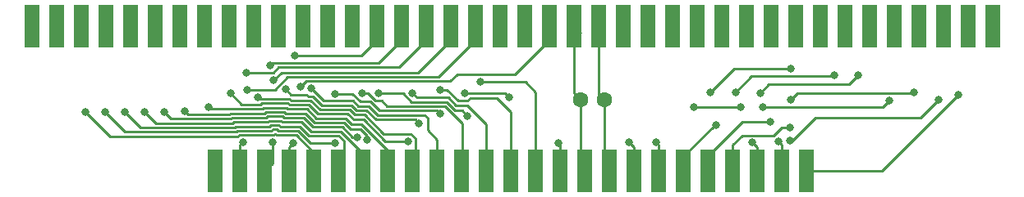
<source format=gbl>
G04 #@! TF.GenerationSoftware,KiCad,Pcbnew,8.0.3*
G04 #@! TF.CreationDate,2024-06-22T11:38:29+02:00*
G04 #@! TF.ProjectId,z502rc2014,7a353032-7263-4323-9031-342e6b696361,rev?*
G04 #@! TF.SameCoordinates,Original*
G04 #@! TF.FileFunction,Copper,L2,Bot*
G04 #@! TF.FilePolarity,Positive*
%FSLAX46Y46*%
G04 Gerber Fmt 4.6, Leading zero omitted, Abs format (unit mm)*
G04 Created by KiCad (PCBNEW 8.0.3) date 2024-06-22 11:38:29*
%MOMM*%
%LPD*%
G01*
G04 APERTURE LIST*
G04 #@! TA.AperFunction,ComponentPad*
%ADD10C,1.600000*%
G04 #@! TD*
G04 #@! TA.AperFunction,ConnectorPad*
%ADD11R,1.524000X4.500000*%
G04 #@! TD*
G04 #@! TA.AperFunction,ViaPad*
%ADD12C,0.800000*%
G04 #@! TD*
G04 #@! TA.AperFunction,Conductor*
%ADD13C,0.250000*%
G04 #@! TD*
G04 APERTURE END LIST*
D10*
X215138000Y-104140000D03*
X217638000Y-104140000D03*
D11*
X238500000Y-111500000D03*
X235960000Y-111500000D03*
X233420000Y-111500000D03*
X230880000Y-111500000D03*
X228340000Y-111500000D03*
X225800000Y-111500000D03*
X223260000Y-111500000D03*
X220720000Y-111500000D03*
X218180000Y-111500000D03*
X215640000Y-111500000D03*
X213100000Y-111500000D03*
X210560000Y-111500000D03*
X208020000Y-111500000D03*
X205480000Y-111500000D03*
X202940000Y-111500000D03*
X200400000Y-111500000D03*
X197860000Y-111500000D03*
X195320000Y-111500000D03*
X192780000Y-111500000D03*
X190240000Y-111500000D03*
X187700000Y-111500000D03*
X185160000Y-111500000D03*
X182620000Y-111500000D03*
X180080000Y-111500000D03*
X177540000Y-111500000D03*
X158598000Y-96520000D03*
X161138000Y-96520000D03*
X163678000Y-96520000D03*
X166218000Y-96520000D03*
X168758000Y-96520000D03*
X171298000Y-96520000D03*
X173838000Y-96520000D03*
X176378000Y-96520000D03*
X178918000Y-96520000D03*
X181458000Y-96520000D03*
X183998000Y-96520000D03*
X186538000Y-96520000D03*
X189078000Y-96520000D03*
X191618000Y-96520000D03*
X194158000Y-96520000D03*
X196698000Y-96520000D03*
X199238000Y-96520000D03*
X201778000Y-96520000D03*
X204318000Y-96520000D03*
X206858000Y-96520000D03*
X209398000Y-96520000D03*
X211938000Y-96520000D03*
X214478000Y-96520000D03*
X217018000Y-96520000D03*
X219558000Y-96520000D03*
X222098000Y-96520000D03*
X224638000Y-96520000D03*
X227178000Y-96520000D03*
X229718000Y-96520000D03*
X232258000Y-96520000D03*
X234798000Y-96520000D03*
X237338000Y-96520000D03*
X239878000Y-96520000D03*
X242418000Y-96520000D03*
X244958000Y-96520000D03*
X247498000Y-96520000D03*
X250038000Y-96520000D03*
X252578000Y-96520000D03*
X255118000Y-96520000D03*
X257658000Y-96520000D03*
D12*
X183388000Y-108599000D03*
X183555238Y-102127493D03*
X212902000Y-108649998D03*
X193142839Y-108305854D03*
X174373077Y-105375000D03*
X176784141Y-104925000D03*
X236855000Y-104140000D03*
X249555000Y-103365000D03*
X235615155Y-108441917D03*
X180713851Y-101338851D03*
X241300000Y-101600000D03*
X231140000Y-103378000D03*
X194342393Y-103495000D03*
X203529658Y-105825674D03*
X243780486Y-101645548D03*
X233680000Y-103505000D03*
X232905000Y-108585000D03*
X192652500Y-103495010D03*
X200660000Y-105610000D03*
X189865000Y-103553007D03*
X231647996Y-104902004D03*
X226822000Y-104902000D03*
X204851025Y-102314997D03*
X197822284Y-103445000D03*
X247015000Y-104256623D03*
X233934000Y-104902000D03*
X220205000Y-108585000D03*
X189857512Y-108645000D03*
X166116000Y-105410000D03*
X200660000Y-103160000D03*
X236855000Y-100964996D03*
X228586600Y-103367064D03*
X229121000Y-106758531D03*
X183134000Y-100583996D03*
X184778012Y-103096751D03*
X198499456Y-106578862D03*
X168148000Y-105410000D03*
X180340000Y-108585000D03*
X180831252Y-103124000D03*
X234760078Y-106490078D03*
X179070000Y-103505000D03*
X197358000Y-108458000D03*
X254119992Y-103624992D03*
X236773491Y-108379597D03*
X252095000Y-104140000D03*
X181880212Y-103899000D03*
X222999000Y-108585000D03*
X164084000Y-105410000D03*
X185674000Y-99568000D03*
X187411992Y-103010000D03*
X207852502Y-103932498D03*
X203200000Y-103505000D03*
X236794814Y-107000814D03*
X172212000Y-105410000D03*
X192129843Y-108029548D03*
X170180000Y-105410000D03*
X185568508Y-108626492D03*
X186328012Y-102828358D03*
D13*
X231861922Y-106490078D02*
X234760078Y-106490078D01*
X228340000Y-111500000D02*
X228340000Y-110012000D01*
X228340000Y-110012000D02*
X231861922Y-106490078D01*
X235960242Y-107000814D02*
X236794814Y-107000814D01*
X235101056Y-107860000D02*
X235960242Y-107000814D01*
X231865000Y-107860000D02*
X235101056Y-107860000D01*
X230880000Y-108845000D02*
X231865000Y-107860000D01*
X230880000Y-111500000D02*
X230880000Y-108845000D01*
X235960000Y-108786762D02*
X235615155Y-108441917D01*
X235960000Y-111500000D02*
X235960000Y-108786762D01*
X250190000Y-106045000D02*
X252095000Y-104140000D01*
X239395000Y-106045000D02*
X250190000Y-106045000D01*
X237060403Y-108379597D02*
X239395000Y-106045000D01*
X236773491Y-108379597D02*
X237060403Y-108379597D01*
X246369623Y-104902000D02*
X233934000Y-104902000D01*
X247015000Y-104256623D02*
X246369623Y-104902000D01*
X234605800Y-102579200D02*
X233680000Y-103505000D01*
X242846834Y-102579200D02*
X234605800Y-102579200D01*
X243780486Y-101645548D02*
X242846834Y-102579200D01*
X231647992Y-104902000D02*
X231647996Y-104902004D01*
X226822000Y-104902000D02*
X231647992Y-104902000D01*
X232778000Y-101740000D02*
X231140000Y-103378000D01*
X241160000Y-101740000D02*
X232778000Y-101740000D01*
X241300000Y-101600000D02*
X241160000Y-101740000D01*
X229053469Y-106758531D02*
X229121000Y-106758531D01*
X225800000Y-110012000D02*
X229053469Y-106758531D01*
X225800000Y-111500000D02*
X225800000Y-110012000D01*
X198133000Y-108136984D02*
X198133000Y-111227000D01*
X191899416Y-105720000D02*
X192925793Y-105720000D01*
X191359416Y-105180000D02*
X191899416Y-105720000D01*
X186904580Y-104235000D02*
X187364200Y-104235000D01*
X185200184Y-104083000D02*
X185327184Y-104210000D01*
X198133000Y-111227000D02*
X197860000Y-111500000D01*
X182064212Y-104083000D02*
X185200184Y-104083000D01*
X181880212Y-103899000D02*
X182064212Y-104083000D01*
X192925793Y-105720000D02*
X194888793Y-107683000D01*
X195027397Y-108458000D02*
X197358000Y-108458000D01*
X185327184Y-104210000D02*
X186879580Y-104210000D01*
X192799397Y-106230000D02*
X195027397Y-108458000D01*
X187364200Y-104235000D02*
X188309200Y-105180000D01*
X188122804Y-105630000D02*
X191173020Y-105630000D01*
X191173020Y-105630000D02*
X191773020Y-106230000D01*
X186718184Y-104685000D02*
X187177804Y-104685000D01*
X185013788Y-104533000D02*
X185140788Y-104660000D01*
X194888793Y-107683000D02*
X197679016Y-107683000D01*
X182342228Y-104533000D02*
X185013788Y-104533000D01*
X185140788Y-104660000D02*
X186693184Y-104660000D01*
X182201228Y-104674000D02*
X182342228Y-104533000D01*
X197679016Y-107683000D02*
X198133000Y-108136984D01*
X180239000Y-104674000D02*
X182201228Y-104674000D01*
X179070000Y-103505000D02*
X180239000Y-104674000D01*
X188309200Y-105180000D02*
X191359416Y-105180000D01*
X187177804Y-104685000D02*
X188122804Y-105630000D01*
X186879580Y-104210000D02*
X186904580Y-104235000D01*
X186693184Y-104660000D02*
X186718184Y-104685000D01*
X191773020Y-106230000D02*
X192799397Y-106230000D01*
X183388000Y-110732000D02*
X183388000Y-108599000D01*
X187700000Y-109661968D02*
X187700000Y-111500000D01*
X185873032Y-107835000D02*
X187700000Y-109661968D01*
X183861016Y-107835000D02*
X185873032Y-107835000D01*
X183709016Y-107683000D02*
X183861016Y-107835000D01*
X183647000Y-107683000D02*
X183709016Y-107683000D01*
X183506000Y-107824000D02*
X183647000Y-107683000D01*
X182925984Y-107824000D02*
X183506000Y-107824000D01*
X182914984Y-107835000D02*
X182925984Y-107824000D01*
X179993984Y-107835000D02*
X182914984Y-107835000D01*
X179878984Y-107950000D02*
X179993984Y-107835000D01*
X166624000Y-107950000D02*
X179878984Y-107950000D01*
X164084000Y-105410000D02*
X166624000Y-107950000D01*
X168206000Y-107500000D02*
X166116000Y-105410000D01*
X179692588Y-107500000D02*
X168206000Y-107500000D01*
X179807588Y-107385000D02*
X179692588Y-107500000D01*
X182728588Y-107385000D02*
X179807588Y-107385000D01*
X182739588Y-107374000D02*
X182728588Y-107385000D01*
X183319604Y-107374000D02*
X182739588Y-107374000D01*
X183460604Y-107233000D02*
X183319604Y-107374000D01*
X183895412Y-107233000D02*
X183460604Y-107233000D01*
X184047412Y-107385000D02*
X183895412Y-107233000D01*
X186059428Y-107385000D02*
X184047412Y-107385000D01*
X187319428Y-108645000D02*
X186059428Y-107385000D01*
X189857512Y-108645000D02*
X187319428Y-108645000D01*
X169788000Y-107050000D02*
X168148000Y-105410000D01*
X179506192Y-107050000D02*
X169788000Y-107050000D01*
X179632192Y-106924000D02*
X179506192Y-107050000D01*
X183133208Y-106924000D02*
X179632192Y-106924000D01*
X183274208Y-106783000D02*
X183133208Y-106924000D01*
X184081808Y-106783000D02*
X183274208Y-106783000D01*
X184233808Y-106935000D02*
X184081808Y-106783000D01*
X186245824Y-106935000D02*
X184233808Y-106935000D01*
X187190824Y-107880000D02*
X186245824Y-106935000D01*
X190241040Y-107880000D02*
X187190824Y-107880000D01*
X190786520Y-108425480D02*
X190241040Y-107880000D01*
X190786520Y-110953480D02*
X190786520Y-108425480D01*
X190240000Y-111500000D02*
X190786520Y-110953480D01*
X171370000Y-106600000D02*
X170180000Y-105410000D01*
X179319796Y-106600000D02*
X171370000Y-106600000D01*
X179445796Y-106474000D02*
X179319796Y-106600000D01*
X182946812Y-106474000D02*
X179445796Y-106474000D01*
X183087812Y-106333000D02*
X182946812Y-106474000D01*
X184268204Y-106333000D02*
X183087812Y-106333000D01*
X184420204Y-106485000D02*
X184268204Y-106333000D01*
X186432220Y-106485000D02*
X184420204Y-106485000D01*
X187377220Y-107430000D02*
X186432220Y-106485000D01*
X190427436Y-107430000D02*
X187377220Y-107430000D01*
X192780000Y-109782564D02*
X190427436Y-107430000D01*
X192780000Y-111500000D02*
X192780000Y-109782564D01*
X172952000Y-106150000D02*
X172212000Y-105410000D01*
X179259400Y-106024000D02*
X179133400Y-106150000D01*
X182760416Y-106024000D02*
X179259400Y-106024000D01*
X182901416Y-105883000D02*
X182760416Y-106024000D01*
X184454600Y-105883000D02*
X182901416Y-105883000D01*
X184606600Y-106035000D02*
X184454600Y-105883000D01*
X186618616Y-106035000D02*
X184606600Y-106035000D01*
X187563616Y-106980000D02*
X186618616Y-106035000D01*
X190613832Y-106980000D02*
X187563616Y-106980000D01*
X191663380Y-108029548D02*
X190613832Y-106980000D01*
X192129843Y-108029548D02*
X191663380Y-108029548D01*
X174698077Y-105700000D02*
X174373077Y-105375000D01*
X178947004Y-105700000D02*
X174698077Y-105700000D01*
X179073004Y-105574000D02*
X178947004Y-105700000D01*
X182715020Y-105433000D02*
X182574020Y-105574000D01*
X184640996Y-105433000D02*
X182715020Y-105433000D01*
X184792996Y-105585000D02*
X184640996Y-105433000D01*
X186805012Y-105585000D02*
X184792996Y-105585000D01*
X187750012Y-106530000D02*
X186805012Y-105585000D01*
X190800228Y-106530000D02*
X187750012Y-106530000D01*
X176983141Y-105124000D02*
X176784141Y-104925000D01*
X182528624Y-104983000D02*
X182387624Y-105124000D01*
X182387624Y-105124000D02*
X176983141Y-105124000D01*
X184954392Y-105110000D02*
X184827392Y-104983000D01*
X186506788Y-105110000D02*
X184954392Y-105110000D01*
X184827392Y-104983000D02*
X182528624Y-104983000D01*
X186991408Y-105135000D02*
X186531788Y-105135000D01*
X186531788Y-105135000D02*
X186506788Y-105110000D01*
X190986624Y-106080000D02*
X187936408Y-106080000D01*
X187936408Y-106080000D02*
X186991408Y-105135000D01*
X191586624Y-106680000D02*
X190986624Y-106080000D01*
X195320000Y-109386999D02*
X192613001Y-106680000D01*
X195320000Y-111500000D02*
X195320000Y-109386999D01*
X193142839Y-108305854D02*
X193142839Y-107846234D01*
X192471605Y-107175000D02*
X191445228Y-107175000D01*
X184982747Y-101796000D02*
X183654747Y-103124000D01*
X204318000Y-98008000D02*
X200530000Y-101796000D01*
X204318000Y-96520000D02*
X204318000Y-98008000D01*
X192613001Y-106680000D02*
X191586624Y-106680000D01*
X193142839Y-107846234D02*
X192471605Y-107175000D01*
X179133400Y-106150000D02*
X172952000Y-106150000D01*
X191445228Y-107175000D02*
X190800228Y-106530000D01*
X182574020Y-105574000D02*
X179073004Y-105574000D01*
X182620000Y-111500000D02*
X183388000Y-110732000D01*
X183654747Y-103124000D02*
X180831252Y-103124000D01*
X200530000Y-101796000D02*
X184982747Y-101796000D01*
X183387990Y-100330006D02*
X183134000Y-100583996D01*
X196698000Y-98008000D02*
X194375994Y-100330006D01*
X202451020Y-101539996D02*
X201745016Y-102246000D01*
X201745016Y-102246000D02*
X186910370Y-102246000D01*
X208406004Y-101539996D02*
X202451020Y-101539996D01*
X211938000Y-96520000D02*
X211938000Y-98008000D01*
X196698000Y-96520000D02*
X196698000Y-98008000D01*
X186950976Y-103645000D02*
X185326261Y-103645000D01*
X188495596Y-104730000D02*
X187550596Y-103785000D01*
X187090976Y-103785000D02*
X186950976Y-103645000D01*
X191545812Y-104730000D02*
X188495596Y-104730000D01*
X193112189Y-105270000D02*
X192085812Y-105270000D01*
X192085812Y-105270000D02*
X191545812Y-104730000D01*
X194061171Y-106218982D02*
X193112189Y-105270000D01*
X198139576Y-106218982D02*
X194061171Y-106218982D01*
X198499456Y-106578862D02*
X198139576Y-106218982D01*
X184336731Y-101346000D02*
X183555238Y-102127493D01*
X198440000Y-101346000D02*
X184336731Y-101346000D01*
X201778000Y-96520000D02*
X201778000Y-98008000D01*
X183475165Y-101338851D02*
X180713851Y-101338851D01*
X184021016Y-100793000D02*
X183475165Y-101338851D01*
X185326261Y-103645000D02*
X184778012Y-103096751D01*
X199238000Y-98008000D02*
X196453000Y-100793000D01*
X199238000Y-96520000D02*
X199238000Y-98008000D01*
X201778000Y-98008000D02*
X198440000Y-101346000D01*
X187550596Y-103785000D02*
X187090976Y-103785000D01*
X194375994Y-100330006D02*
X183387990Y-100330006D01*
X211938000Y-98008000D02*
X208406004Y-101539996D01*
X186910370Y-102246000D02*
X186328012Y-102828358D01*
X196453000Y-100793000D02*
X184021016Y-100793000D01*
X194158000Y-98008000D02*
X192598000Y-99568000D01*
X194158000Y-96520000D02*
X194158000Y-98008000D01*
X192598000Y-99568000D02*
X185674000Y-99568000D01*
X210560000Y-103372000D02*
X210560000Y-111500000D01*
X204851025Y-102314997D02*
X209502997Y-102314997D01*
X209502997Y-102314997D02*
X210560000Y-103372000D01*
X195228409Y-104835000D02*
X201181016Y-104835000D01*
X194663409Y-104270000D02*
X195228409Y-104835000D01*
X202946000Y-106599984D02*
X202946000Y-111494000D01*
X193246387Y-103495010D02*
X194021377Y-104270000D01*
X194021377Y-104270000D02*
X194663409Y-104270000D01*
X202946000Y-111494000D02*
X202940000Y-111500000D01*
X192652500Y-103495010D02*
X193246387Y-103495010D01*
X201181016Y-104835000D02*
X202946000Y-106599984D01*
X206558119Y-104000000D02*
X208020000Y-105461881D01*
X208020000Y-105461881D02*
X208020000Y-111500000D01*
X203521015Y-104280001D02*
X203801016Y-104000000D01*
X203801016Y-104000000D02*
X206558119Y-104000000D01*
X201415204Y-103160000D02*
X202535205Y-104280001D01*
X202535205Y-104280001D02*
X203521015Y-104280001D01*
X200660000Y-103160000D02*
X201415204Y-103160000D01*
X205480000Y-106680000D02*
X205480000Y-111500000D01*
X201553808Y-103935000D02*
X202348809Y-104730001D01*
X202348809Y-104730001D02*
X203530001Y-104730001D01*
X198312284Y-103935000D02*
X201553808Y-103935000D01*
X203530001Y-104730001D02*
X205480000Y-106680000D01*
X202973984Y-105270000D02*
X203529658Y-105825674D01*
X197822284Y-103445000D02*
X198312284Y-103935000D01*
X202252412Y-105270000D02*
X202973984Y-105270000D01*
X201367413Y-104385001D02*
X202252412Y-105270000D01*
X196856980Y-103505000D02*
X197736981Y-104385001D01*
X197736981Y-104385001D02*
X201367413Y-104385001D01*
X194342393Y-103495000D02*
X194352393Y-103505000D01*
X194352393Y-103505000D02*
X196856980Y-103505000D01*
X199390000Y-106045000D02*
X199390000Y-107315000D01*
X223260000Y-108846000D02*
X222999000Y-108585000D01*
X223260000Y-111500000D02*
X223260000Y-108846000D01*
X217638000Y-110958000D02*
X218180000Y-111500000D01*
X217638000Y-104140000D02*
X217638000Y-110958000D01*
X217018000Y-103520000D02*
X217638000Y-104140000D01*
X217018000Y-96520000D02*
X217018000Y-103520000D01*
X215138000Y-110998000D02*
X215640000Y-111500000D01*
X215138000Y-104140000D02*
X215138000Y-110998000D01*
X214478000Y-103480000D02*
X215138000Y-104140000D01*
X214478000Y-96520000D02*
X214478000Y-103480000D01*
X213100000Y-108847998D02*
X213100000Y-111500000D01*
X212902000Y-108649998D02*
X213100000Y-108847998D01*
X214478000Y-96520000D02*
X215138000Y-97180000D01*
X249555000Y-103365000D02*
X249438377Y-103481623D01*
X237513377Y-103481623D02*
X236855000Y-104140000D01*
X249438377Y-103481623D02*
X237513377Y-103481623D01*
X233420000Y-111500000D02*
X233420000Y-109100000D01*
X233420000Y-109100000D02*
X232905000Y-108585000D01*
X200335001Y-105285001D02*
X194399982Y-105285001D01*
X193484981Y-104370000D02*
X192458604Y-104370000D01*
X200660000Y-105610000D02*
X200335001Y-105285001D01*
X191641611Y-103553007D02*
X189865000Y-103553007D01*
X194399982Y-105285001D02*
X193484981Y-104370000D01*
X192458604Y-104370000D02*
X191641611Y-103553007D01*
X220720000Y-109100000D02*
X220205000Y-108585000D01*
X220720000Y-111500000D02*
X220720000Y-109100000D01*
X230988664Y-100965000D02*
X236854996Y-100965000D01*
X228586600Y-103367064D02*
X230988664Y-100965000D01*
X236854996Y-100965000D02*
X236855000Y-100964996D01*
X180080000Y-111500000D02*
X180080000Y-108845000D01*
X180080000Y-108845000D02*
X180340000Y-108585000D01*
X254119992Y-103624992D02*
X246244984Y-111500000D01*
X246244984Y-111500000D02*
X238500000Y-111500000D01*
X188681992Y-104280000D02*
X187411992Y-103010000D01*
X200400000Y-108325000D02*
X199390000Y-107315000D01*
X200400000Y-111500000D02*
X200400000Y-108325000D01*
X194247567Y-105768982D02*
X193298585Y-104820000D01*
X199113982Y-105768982D02*
X194247567Y-105768982D01*
X193298585Y-104820000D02*
X192272208Y-104820000D01*
X191732208Y-104280000D02*
X188681992Y-104280000D01*
X199390000Y-106045000D02*
X199113982Y-105768982D01*
X192272208Y-104820000D02*
X191732208Y-104280000D01*
X203200000Y-103505000D02*
X207425004Y-103505000D01*
X207425004Y-103505000D02*
X207852502Y-103932498D01*
X185160000Y-109035000D02*
X185568508Y-108626492D01*
X185160000Y-111500000D02*
X185160000Y-109035000D01*
M02*

</source>
